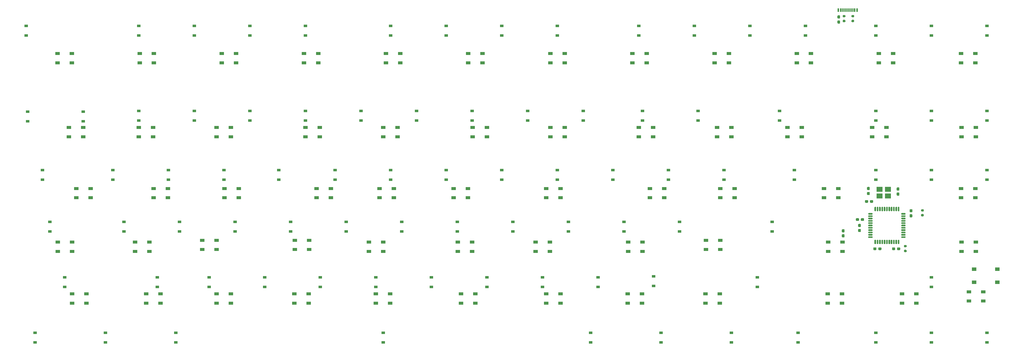
<source format=gbr>
%TF.GenerationSoftware,KiCad,Pcbnew,(5.1.9)-1*%
%TF.CreationDate,2021-03-16T22:25:33-04:00*%
%TF.ProjectId,10Keyless,31304b65-796c-4657-9373-2e6b69636164,rev?*%
%TF.SameCoordinates,Original*%
%TF.FileFunction,Paste,Bot*%
%TF.FilePolarity,Positive*%
%FSLAX46Y46*%
G04 Gerber Fmt 4.6, Leading zero omitted, Abs format (unit mm)*
G04 Created by KiCad (PCBNEW (5.1.9)-1) date 2021-03-16 22:25:33*
%MOMM*%
%LPD*%
G01*
G04 APERTURE LIST*
%ADD10R,0.300000X1.160000*%
%ADD11R,0.600000X1.160000*%
%ADD12R,2.100000X1.800000*%
%ADD13R,1.200000X0.900000*%
%ADD14R,1.500000X1.000000*%
%ADD15R,1.550000X1.300000*%
G04 APERTURE END LIST*
%TO.C,C1*%
G36*
G01*
X322817500Y-160557000D02*
X322342500Y-160557000D01*
G75*
G02*
X322105000Y-160319500I0J237500D01*
G01*
X322105000Y-159719500D01*
G75*
G02*
X322342500Y-159482000I237500J0D01*
G01*
X322817500Y-159482000D01*
G75*
G02*
X323055000Y-159719500I0J-237500D01*
G01*
X323055000Y-160319500D01*
G75*
G02*
X322817500Y-160557000I-237500J0D01*
G01*
G37*
G36*
G01*
X322817500Y-162282000D02*
X322342500Y-162282000D01*
G75*
G02*
X322105000Y-162044500I0J237500D01*
G01*
X322105000Y-161444500D01*
G75*
G02*
X322342500Y-161207000I237500J0D01*
G01*
X322817500Y-161207000D01*
G75*
G02*
X323055000Y-161444500I0J-237500D01*
G01*
X323055000Y-162044500D01*
G75*
G02*
X322817500Y-162282000I-237500J0D01*
G01*
G37*
%TD*%
%TO.C,C2*%
G36*
G01*
X332502500Y-159662000D02*
X332977500Y-159662000D01*
G75*
G02*
X333215000Y-159899500I0J-237500D01*
G01*
X333215000Y-160499500D01*
G75*
G02*
X332977500Y-160737000I-237500J0D01*
G01*
X332502500Y-160737000D01*
G75*
G02*
X332265000Y-160499500I0J237500D01*
G01*
X332265000Y-159899500D01*
G75*
G02*
X332502500Y-159662000I237500J0D01*
G01*
G37*
G36*
G01*
X332502500Y-161387000D02*
X332977500Y-161387000D01*
G75*
G02*
X333215000Y-161624500I0J-237500D01*
G01*
X333215000Y-162224500D01*
G75*
G02*
X332977500Y-162462000I-237500J0D01*
G01*
X332502500Y-162462000D01*
G75*
G02*
X332265000Y-162224500I0J237500D01*
G01*
X332265000Y-161624500D01*
G75*
G02*
X332502500Y-161387000I237500J0D01*
G01*
G37*
%TD*%
%TO.C,C3*%
G36*
G01*
X319769500Y-173257000D02*
X319294500Y-173257000D01*
G75*
G02*
X319057000Y-173019500I0J237500D01*
G01*
X319057000Y-172419500D01*
G75*
G02*
X319294500Y-172182000I237500J0D01*
G01*
X319769500Y-172182000D01*
G75*
G02*
X320007000Y-172419500I0J-237500D01*
G01*
X320007000Y-173019500D01*
G75*
G02*
X319769500Y-173257000I-237500J0D01*
G01*
G37*
G36*
G01*
X319769500Y-174982000D02*
X319294500Y-174982000D01*
G75*
G02*
X319057000Y-174744500I0J237500D01*
G01*
X319057000Y-174144500D01*
G75*
G02*
X319294500Y-173907000I237500J0D01*
G01*
X319769500Y-173907000D01*
G75*
G02*
X320007000Y-174144500I0J-237500D01*
G01*
X320007000Y-174744500D01*
G75*
G02*
X319769500Y-174982000I-237500J0D01*
G01*
G37*
%TD*%
%TO.C,C4*%
G36*
G01*
X333481000Y-180483500D02*
X333481000Y-180958500D01*
G75*
G02*
X333243500Y-181196000I-237500J0D01*
G01*
X332643500Y-181196000D01*
G75*
G02*
X332406000Y-180958500I0J237500D01*
G01*
X332406000Y-180483500D01*
G75*
G02*
X332643500Y-180246000I237500J0D01*
G01*
X333243500Y-180246000D01*
G75*
G02*
X333481000Y-180483500I0J-237500D01*
G01*
G37*
G36*
G01*
X331756000Y-180483500D02*
X331756000Y-180958500D01*
G75*
G02*
X331518500Y-181196000I-237500J0D01*
G01*
X330918500Y-181196000D01*
G75*
G02*
X330681000Y-180958500I0J237500D01*
G01*
X330681000Y-180483500D01*
G75*
G02*
X330918500Y-180246000I237500J0D01*
G01*
X331518500Y-180246000D01*
G75*
G02*
X331756000Y-180483500I0J-237500D01*
G01*
G37*
%TD*%
%TO.C,C5*%
G36*
G01*
X337422500Y-169928000D02*
X336947500Y-169928000D01*
G75*
G02*
X336710000Y-169690500I0J237500D01*
G01*
X336710000Y-169090500D01*
G75*
G02*
X336947500Y-168853000I237500J0D01*
G01*
X337422500Y-168853000D01*
G75*
G02*
X337660000Y-169090500I0J-237500D01*
G01*
X337660000Y-169690500D01*
G75*
G02*
X337422500Y-169928000I-237500J0D01*
G01*
G37*
G36*
G01*
X337422500Y-168203000D02*
X336947500Y-168203000D01*
G75*
G02*
X336710000Y-167965500I0J237500D01*
G01*
X336710000Y-167365500D01*
G75*
G02*
X336947500Y-167128000I237500J0D01*
G01*
X337422500Y-167128000D01*
G75*
G02*
X337660000Y-167365500I0J-237500D01*
G01*
X337660000Y-167965500D01*
G75*
G02*
X337422500Y-168203000I-237500J0D01*
G01*
G37*
%TD*%
%TO.C,C6*%
G36*
G01*
X314181500Y-175089000D02*
X313706500Y-175089000D01*
G75*
G02*
X313469000Y-174851500I0J237500D01*
G01*
X313469000Y-174251500D01*
G75*
G02*
X313706500Y-174014000I237500J0D01*
G01*
X314181500Y-174014000D01*
G75*
G02*
X314419000Y-174251500I0J-237500D01*
G01*
X314419000Y-174851500D01*
G75*
G02*
X314181500Y-175089000I-237500J0D01*
G01*
G37*
G36*
G01*
X314181500Y-176814000D02*
X313706500Y-176814000D01*
G75*
G02*
X313469000Y-176576500I0J237500D01*
G01*
X313469000Y-175976500D01*
G75*
G02*
X313706500Y-175739000I237500J0D01*
G01*
X314181500Y-175739000D01*
G75*
G02*
X314419000Y-175976500I0J-237500D01*
G01*
X314419000Y-176576500D01*
G75*
G02*
X314181500Y-176814000I-237500J0D01*
G01*
G37*
%TD*%
%TO.C,C7*%
G36*
G01*
X324208000Y-164227500D02*
X324208000Y-164702500D01*
G75*
G02*
X323970500Y-164940000I-237500J0D01*
G01*
X323370500Y-164940000D01*
G75*
G02*
X323133000Y-164702500I0J237500D01*
G01*
X323133000Y-164227500D01*
G75*
G02*
X323370500Y-163990000I237500J0D01*
G01*
X323970500Y-163990000D01*
G75*
G02*
X324208000Y-164227500I0J-237500D01*
G01*
G37*
G36*
G01*
X322483000Y-164227500D02*
X322483000Y-164702500D01*
G75*
G02*
X322245500Y-164940000I-237500J0D01*
G01*
X321645500Y-164940000D01*
G75*
G02*
X321408000Y-164702500I0J237500D01*
G01*
X321408000Y-164227500D01*
G75*
G02*
X321645500Y-163990000I237500J0D01*
G01*
X322245500Y-163990000D01*
G75*
G02*
X322483000Y-164227500I0J-237500D01*
G01*
G37*
%TD*%
%TO.C,C8*%
G36*
G01*
X319361000Y-170450500D02*
X319361000Y-170925500D01*
G75*
G02*
X319123500Y-171163000I-237500J0D01*
G01*
X318523500Y-171163000D01*
G75*
G02*
X318286000Y-170925500I0J237500D01*
G01*
X318286000Y-170450500D01*
G75*
G02*
X318523500Y-170213000I237500J0D01*
G01*
X319123500Y-170213000D01*
G75*
G02*
X319361000Y-170450500I0J-237500D01*
G01*
G37*
G36*
G01*
X321086000Y-170450500D02*
X321086000Y-170925500D01*
G75*
G02*
X320848500Y-171163000I-237500J0D01*
G01*
X320248500Y-171163000D01*
G75*
G02*
X320011000Y-170925500I0J237500D01*
G01*
X320011000Y-170450500D01*
G75*
G02*
X320248500Y-170213000I237500J0D01*
G01*
X320848500Y-170213000D01*
G75*
G02*
X321086000Y-170450500I0J-237500D01*
G01*
G37*
%TD*%
D10*
%TO.C,J1*%
X314720000Y-98730000D03*
X315220000Y-98730000D03*
X315720000Y-98730000D03*
X313720000Y-98730000D03*
X314220000Y-98730000D03*
X316720000Y-98730000D03*
X316220000Y-98730000D03*
X317220000Y-98730000D03*
D11*
X313070000Y-98730000D03*
X313070000Y-98730000D03*
X312270000Y-98730000D03*
X312270000Y-98730000D03*
X317870000Y-98730000D03*
X318670000Y-98730000D03*
X317870000Y-98730000D03*
X318670000Y-98730000D03*
%TD*%
%TO.C,R1*%
G36*
G01*
X314498000Y-102888000D02*
X313948000Y-102888000D01*
G75*
G02*
X313748000Y-102688000I0J200000D01*
G01*
X313748000Y-102288000D01*
G75*
G02*
X313948000Y-102088000I200000J0D01*
G01*
X314498000Y-102088000D01*
G75*
G02*
X314698000Y-102288000I0J-200000D01*
G01*
X314698000Y-102688000D01*
G75*
G02*
X314498000Y-102888000I-200000J0D01*
G01*
G37*
G36*
G01*
X314498000Y-101238000D02*
X313948000Y-101238000D01*
G75*
G02*
X313748000Y-101038000I0J200000D01*
G01*
X313748000Y-100638000D01*
G75*
G02*
X313948000Y-100438000I200000J0D01*
G01*
X314498000Y-100438000D01*
G75*
G02*
X314698000Y-100638000I0J-200000D01*
G01*
X314698000Y-101038000D01*
G75*
G02*
X314498000Y-101238000I-200000J0D01*
G01*
G37*
%TD*%
%TO.C,R2*%
G36*
G01*
X317521000Y-101238000D02*
X316971000Y-101238000D01*
G75*
G02*
X316771000Y-101038000I0J200000D01*
G01*
X316771000Y-100638000D01*
G75*
G02*
X316971000Y-100438000I200000J0D01*
G01*
X317521000Y-100438000D01*
G75*
G02*
X317721000Y-100638000I0J-200000D01*
G01*
X317721000Y-101038000D01*
G75*
G02*
X317521000Y-101238000I-200000J0D01*
G01*
G37*
G36*
G01*
X317521000Y-102888000D02*
X316971000Y-102888000D01*
G75*
G02*
X316771000Y-102688000I0J200000D01*
G01*
X316771000Y-102288000D01*
G75*
G02*
X316971000Y-102088000I200000J0D01*
G01*
X317521000Y-102088000D01*
G75*
G02*
X317721000Y-102288000I0J-200000D01*
G01*
X317721000Y-102688000D01*
G75*
G02*
X317521000Y-102888000I-200000J0D01*
G01*
G37*
%TD*%
%TO.C,R3*%
G36*
G01*
X340847000Y-167128000D02*
X341397000Y-167128000D01*
G75*
G02*
X341597000Y-167328000I0J-200000D01*
G01*
X341597000Y-167728000D01*
G75*
G02*
X341397000Y-167928000I-200000J0D01*
G01*
X340847000Y-167928000D01*
G75*
G02*
X340647000Y-167728000I0J200000D01*
G01*
X340647000Y-167328000D01*
G75*
G02*
X340847000Y-167128000I200000J0D01*
G01*
G37*
G36*
G01*
X340847000Y-168778000D02*
X341397000Y-168778000D01*
G75*
G02*
X341597000Y-168978000I0J-200000D01*
G01*
X341597000Y-169378000D01*
G75*
G02*
X341397000Y-169578000I-200000J0D01*
G01*
X340847000Y-169578000D01*
G75*
G02*
X340647000Y-169378000I0J200000D01*
G01*
X340647000Y-168978000D01*
G75*
G02*
X340847000Y-168778000I200000J0D01*
G01*
G37*
%TD*%
%TO.C,R4*%
G36*
G01*
X334954000Y-181082000D02*
X335504000Y-181082000D01*
G75*
G02*
X335704000Y-181282000I0J-200000D01*
G01*
X335704000Y-181682000D01*
G75*
G02*
X335504000Y-181882000I-200000J0D01*
G01*
X334954000Y-181882000D01*
G75*
G02*
X334754000Y-181682000I0J200000D01*
G01*
X334754000Y-181282000D01*
G75*
G02*
X334954000Y-181082000I200000J0D01*
G01*
G37*
G36*
G01*
X334954000Y-179432000D02*
X335504000Y-179432000D01*
G75*
G02*
X335704000Y-179632000I0J-200000D01*
G01*
X335704000Y-180032000D01*
G75*
G02*
X335504000Y-180232000I-200000J0D01*
G01*
X334954000Y-180232000D01*
G75*
G02*
X334754000Y-180032000I0J200000D01*
G01*
X334754000Y-179632000D01*
G75*
G02*
X334954000Y-179432000I200000J0D01*
G01*
G37*
%TD*%
%TO.C,U1*%
G36*
G01*
X322530000Y-176857500D02*
X322530000Y-176582500D01*
G75*
G02*
X322667500Y-176445000I137500J0D01*
G01*
X323867500Y-176445000D01*
G75*
G02*
X324005000Y-176582500I0J-137500D01*
G01*
X324005000Y-176857500D01*
G75*
G02*
X323867500Y-176995000I-137500J0D01*
G01*
X322667500Y-176995000D01*
G75*
G02*
X322530000Y-176857500I0J137500D01*
G01*
G37*
G36*
G01*
X322530000Y-176057500D02*
X322530000Y-175782500D01*
G75*
G02*
X322667500Y-175645000I137500J0D01*
G01*
X323867500Y-175645000D01*
G75*
G02*
X324005000Y-175782500I0J-137500D01*
G01*
X324005000Y-176057500D01*
G75*
G02*
X323867500Y-176195000I-137500J0D01*
G01*
X322667500Y-176195000D01*
G75*
G02*
X322530000Y-176057500I0J137500D01*
G01*
G37*
G36*
G01*
X322530000Y-175257500D02*
X322530000Y-174982500D01*
G75*
G02*
X322667500Y-174845000I137500J0D01*
G01*
X323867500Y-174845000D01*
G75*
G02*
X324005000Y-174982500I0J-137500D01*
G01*
X324005000Y-175257500D01*
G75*
G02*
X323867500Y-175395000I-137500J0D01*
G01*
X322667500Y-175395000D01*
G75*
G02*
X322530000Y-175257500I0J137500D01*
G01*
G37*
G36*
G01*
X322530000Y-174457500D02*
X322530000Y-174182500D01*
G75*
G02*
X322667500Y-174045000I137500J0D01*
G01*
X323867500Y-174045000D01*
G75*
G02*
X324005000Y-174182500I0J-137500D01*
G01*
X324005000Y-174457500D01*
G75*
G02*
X323867500Y-174595000I-137500J0D01*
G01*
X322667500Y-174595000D01*
G75*
G02*
X322530000Y-174457500I0J137500D01*
G01*
G37*
G36*
G01*
X322530000Y-173657500D02*
X322530000Y-173382500D01*
G75*
G02*
X322667500Y-173245000I137500J0D01*
G01*
X323867500Y-173245000D01*
G75*
G02*
X324005000Y-173382500I0J-137500D01*
G01*
X324005000Y-173657500D01*
G75*
G02*
X323867500Y-173795000I-137500J0D01*
G01*
X322667500Y-173795000D01*
G75*
G02*
X322530000Y-173657500I0J137500D01*
G01*
G37*
G36*
G01*
X322530000Y-172857500D02*
X322530000Y-172582500D01*
G75*
G02*
X322667500Y-172445000I137500J0D01*
G01*
X323867500Y-172445000D01*
G75*
G02*
X324005000Y-172582500I0J-137500D01*
G01*
X324005000Y-172857500D01*
G75*
G02*
X323867500Y-172995000I-137500J0D01*
G01*
X322667500Y-172995000D01*
G75*
G02*
X322530000Y-172857500I0J137500D01*
G01*
G37*
G36*
G01*
X322530000Y-172057500D02*
X322530000Y-171782500D01*
G75*
G02*
X322667500Y-171645000I137500J0D01*
G01*
X323867500Y-171645000D01*
G75*
G02*
X324005000Y-171782500I0J-137500D01*
G01*
X324005000Y-172057500D01*
G75*
G02*
X323867500Y-172195000I-137500J0D01*
G01*
X322667500Y-172195000D01*
G75*
G02*
X322530000Y-172057500I0J137500D01*
G01*
G37*
G36*
G01*
X322530000Y-171257500D02*
X322530000Y-170982500D01*
G75*
G02*
X322667500Y-170845000I137500J0D01*
G01*
X323867500Y-170845000D01*
G75*
G02*
X324005000Y-170982500I0J-137500D01*
G01*
X324005000Y-171257500D01*
G75*
G02*
X323867500Y-171395000I-137500J0D01*
G01*
X322667500Y-171395000D01*
G75*
G02*
X322530000Y-171257500I0J137500D01*
G01*
G37*
G36*
G01*
X322530000Y-170457500D02*
X322530000Y-170182500D01*
G75*
G02*
X322667500Y-170045000I137500J0D01*
G01*
X323867500Y-170045000D01*
G75*
G02*
X324005000Y-170182500I0J-137500D01*
G01*
X324005000Y-170457500D01*
G75*
G02*
X323867500Y-170595000I-137500J0D01*
G01*
X322667500Y-170595000D01*
G75*
G02*
X322530000Y-170457500I0J137500D01*
G01*
G37*
G36*
G01*
X322530000Y-169657500D02*
X322530000Y-169382500D01*
G75*
G02*
X322667500Y-169245000I137500J0D01*
G01*
X323867500Y-169245000D01*
G75*
G02*
X324005000Y-169382500I0J-137500D01*
G01*
X324005000Y-169657500D01*
G75*
G02*
X323867500Y-169795000I-137500J0D01*
G01*
X322667500Y-169795000D01*
G75*
G02*
X322530000Y-169657500I0J137500D01*
G01*
G37*
G36*
G01*
X322530000Y-168857500D02*
X322530000Y-168582500D01*
G75*
G02*
X322667500Y-168445000I137500J0D01*
G01*
X323867500Y-168445000D01*
G75*
G02*
X324005000Y-168582500I0J-137500D01*
G01*
X324005000Y-168857500D01*
G75*
G02*
X323867500Y-168995000I-137500J0D01*
G01*
X322667500Y-168995000D01*
G75*
G02*
X322530000Y-168857500I0J137500D01*
G01*
G37*
G36*
G01*
X324655000Y-167657500D02*
X324655000Y-166457500D01*
G75*
G02*
X324792500Y-166320000I137500J0D01*
G01*
X325067500Y-166320000D01*
G75*
G02*
X325205000Y-166457500I0J-137500D01*
G01*
X325205000Y-167657500D01*
G75*
G02*
X325067500Y-167795000I-137500J0D01*
G01*
X324792500Y-167795000D01*
G75*
G02*
X324655000Y-167657500I0J137500D01*
G01*
G37*
G36*
G01*
X325455000Y-167657500D02*
X325455000Y-166457500D01*
G75*
G02*
X325592500Y-166320000I137500J0D01*
G01*
X325867500Y-166320000D01*
G75*
G02*
X326005000Y-166457500I0J-137500D01*
G01*
X326005000Y-167657500D01*
G75*
G02*
X325867500Y-167795000I-137500J0D01*
G01*
X325592500Y-167795000D01*
G75*
G02*
X325455000Y-167657500I0J137500D01*
G01*
G37*
G36*
G01*
X326255000Y-167657500D02*
X326255000Y-166457500D01*
G75*
G02*
X326392500Y-166320000I137500J0D01*
G01*
X326667500Y-166320000D01*
G75*
G02*
X326805000Y-166457500I0J-137500D01*
G01*
X326805000Y-167657500D01*
G75*
G02*
X326667500Y-167795000I-137500J0D01*
G01*
X326392500Y-167795000D01*
G75*
G02*
X326255000Y-167657500I0J137500D01*
G01*
G37*
G36*
G01*
X327055000Y-167657500D02*
X327055000Y-166457500D01*
G75*
G02*
X327192500Y-166320000I137500J0D01*
G01*
X327467500Y-166320000D01*
G75*
G02*
X327605000Y-166457500I0J-137500D01*
G01*
X327605000Y-167657500D01*
G75*
G02*
X327467500Y-167795000I-137500J0D01*
G01*
X327192500Y-167795000D01*
G75*
G02*
X327055000Y-167657500I0J137500D01*
G01*
G37*
G36*
G01*
X327855000Y-167657500D02*
X327855000Y-166457500D01*
G75*
G02*
X327992500Y-166320000I137500J0D01*
G01*
X328267500Y-166320000D01*
G75*
G02*
X328405000Y-166457500I0J-137500D01*
G01*
X328405000Y-167657500D01*
G75*
G02*
X328267500Y-167795000I-137500J0D01*
G01*
X327992500Y-167795000D01*
G75*
G02*
X327855000Y-167657500I0J137500D01*
G01*
G37*
G36*
G01*
X328655000Y-167657500D02*
X328655000Y-166457500D01*
G75*
G02*
X328792500Y-166320000I137500J0D01*
G01*
X329067500Y-166320000D01*
G75*
G02*
X329205000Y-166457500I0J-137500D01*
G01*
X329205000Y-167657500D01*
G75*
G02*
X329067500Y-167795000I-137500J0D01*
G01*
X328792500Y-167795000D01*
G75*
G02*
X328655000Y-167657500I0J137500D01*
G01*
G37*
G36*
G01*
X329455000Y-167657500D02*
X329455000Y-166457500D01*
G75*
G02*
X329592500Y-166320000I137500J0D01*
G01*
X329867500Y-166320000D01*
G75*
G02*
X330005000Y-166457500I0J-137500D01*
G01*
X330005000Y-167657500D01*
G75*
G02*
X329867500Y-167795000I-137500J0D01*
G01*
X329592500Y-167795000D01*
G75*
G02*
X329455000Y-167657500I0J137500D01*
G01*
G37*
G36*
G01*
X330255000Y-167657500D02*
X330255000Y-166457500D01*
G75*
G02*
X330392500Y-166320000I137500J0D01*
G01*
X330667500Y-166320000D01*
G75*
G02*
X330805000Y-166457500I0J-137500D01*
G01*
X330805000Y-167657500D01*
G75*
G02*
X330667500Y-167795000I-137500J0D01*
G01*
X330392500Y-167795000D01*
G75*
G02*
X330255000Y-167657500I0J137500D01*
G01*
G37*
G36*
G01*
X331055000Y-167657500D02*
X331055000Y-166457500D01*
G75*
G02*
X331192500Y-166320000I137500J0D01*
G01*
X331467500Y-166320000D01*
G75*
G02*
X331605000Y-166457500I0J-137500D01*
G01*
X331605000Y-167657500D01*
G75*
G02*
X331467500Y-167795000I-137500J0D01*
G01*
X331192500Y-167795000D01*
G75*
G02*
X331055000Y-167657500I0J137500D01*
G01*
G37*
G36*
G01*
X331855000Y-167657500D02*
X331855000Y-166457500D01*
G75*
G02*
X331992500Y-166320000I137500J0D01*
G01*
X332267500Y-166320000D01*
G75*
G02*
X332405000Y-166457500I0J-137500D01*
G01*
X332405000Y-167657500D01*
G75*
G02*
X332267500Y-167795000I-137500J0D01*
G01*
X331992500Y-167795000D01*
G75*
G02*
X331855000Y-167657500I0J137500D01*
G01*
G37*
G36*
G01*
X332655000Y-167657500D02*
X332655000Y-166457500D01*
G75*
G02*
X332792500Y-166320000I137500J0D01*
G01*
X333067500Y-166320000D01*
G75*
G02*
X333205000Y-166457500I0J-137500D01*
G01*
X333205000Y-167657500D01*
G75*
G02*
X333067500Y-167795000I-137500J0D01*
G01*
X332792500Y-167795000D01*
G75*
G02*
X332655000Y-167657500I0J137500D01*
G01*
G37*
G36*
G01*
X333855000Y-168857500D02*
X333855000Y-168582500D01*
G75*
G02*
X333992500Y-168445000I137500J0D01*
G01*
X335192500Y-168445000D01*
G75*
G02*
X335330000Y-168582500I0J-137500D01*
G01*
X335330000Y-168857500D01*
G75*
G02*
X335192500Y-168995000I-137500J0D01*
G01*
X333992500Y-168995000D01*
G75*
G02*
X333855000Y-168857500I0J137500D01*
G01*
G37*
G36*
G01*
X333855000Y-169657500D02*
X333855000Y-169382500D01*
G75*
G02*
X333992500Y-169245000I137500J0D01*
G01*
X335192500Y-169245000D01*
G75*
G02*
X335330000Y-169382500I0J-137500D01*
G01*
X335330000Y-169657500D01*
G75*
G02*
X335192500Y-169795000I-137500J0D01*
G01*
X333992500Y-169795000D01*
G75*
G02*
X333855000Y-169657500I0J137500D01*
G01*
G37*
G36*
G01*
X333855000Y-170457500D02*
X333855000Y-170182500D01*
G75*
G02*
X333992500Y-170045000I137500J0D01*
G01*
X335192500Y-170045000D01*
G75*
G02*
X335330000Y-170182500I0J-137500D01*
G01*
X335330000Y-170457500D01*
G75*
G02*
X335192500Y-170595000I-137500J0D01*
G01*
X333992500Y-170595000D01*
G75*
G02*
X333855000Y-170457500I0J137500D01*
G01*
G37*
G36*
G01*
X333855000Y-171257500D02*
X333855000Y-170982500D01*
G75*
G02*
X333992500Y-170845000I137500J0D01*
G01*
X335192500Y-170845000D01*
G75*
G02*
X335330000Y-170982500I0J-137500D01*
G01*
X335330000Y-171257500D01*
G75*
G02*
X335192500Y-171395000I-137500J0D01*
G01*
X333992500Y-171395000D01*
G75*
G02*
X333855000Y-171257500I0J137500D01*
G01*
G37*
G36*
G01*
X333855000Y-172057500D02*
X333855000Y-171782500D01*
G75*
G02*
X333992500Y-171645000I137500J0D01*
G01*
X335192500Y-171645000D01*
G75*
G02*
X335330000Y-171782500I0J-137500D01*
G01*
X335330000Y-172057500D01*
G75*
G02*
X335192500Y-172195000I-137500J0D01*
G01*
X333992500Y-172195000D01*
G75*
G02*
X333855000Y-172057500I0J137500D01*
G01*
G37*
G36*
G01*
X333855000Y-172857500D02*
X333855000Y-172582500D01*
G75*
G02*
X333992500Y-172445000I137500J0D01*
G01*
X335192500Y-172445000D01*
G75*
G02*
X335330000Y-172582500I0J-137500D01*
G01*
X335330000Y-172857500D01*
G75*
G02*
X335192500Y-172995000I-137500J0D01*
G01*
X333992500Y-172995000D01*
G75*
G02*
X333855000Y-172857500I0J137500D01*
G01*
G37*
G36*
G01*
X333855000Y-173657500D02*
X333855000Y-173382500D01*
G75*
G02*
X333992500Y-173245000I137500J0D01*
G01*
X335192500Y-173245000D01*
G75*
G02*
X335330000Y-173382500I0J-137500D01*
G01*
X335330000Y-173657500D01*
G75*
G02*
X335192500Y-173795000I-137500J0D01*
G01*
X333992500Y-173795000D01*
G75*
G02*
X333855000Y-173657500I0J137500D01*
G01*
G37*
G36*
G01*
X333855000Y-174457500D02*
X333855000Y-174182500D01*
G75*
G02*
X333992500Y-174045000I137500J0D01*
G01*
X335192500Y-174045000D01*
G75*
G02*
X335330000Y-174182500I0J-137500D01*
G01*
X335330000Y-174457500D01*
G75*
G02*
X335192500Y-174595000I-137500J0D01*
G01*
X333992500Y-174595000D01*
G75*
G02*
X333855000Y-174457500I0J137500D01*
G01*
G37*
G36*
G01*
X333855000Y-175257500D02*
X333855000Y-174982500D01*
G75*
G02*
X333992500Y-174845000I137500J0D01*
G01*
X335192500Y-174845000D01*
G75*
G02*
X335330000Y-174982500I0J-137500D01*
G01*
X335330000Y-175257500D01*
G75*
G02*
X335192500Y-175395000I-137500J0D01*
G01*
X333992500Y-175395000D01*
G75*
G02*
X333855000Y-175257500I0J137500D01*
G01*
G37*
G36*
G01*
X333855000Y-176057500D02*
X333855000Y-175782500D01*
G75*
G02*
X333992500Y-175645000I137500J0D01*
G01*
X335192500Y-175645000D01*
G75*
G02*
X335330000Y-175782500I0J-137500D01*
G01*
X335330000Y-176057500D01*
G75*
G02*
X335192500Y-176195000I-137500J0D01*
G01*
X333992500Y-176195000D01*
G75*
G02*
X333855000Y-176057500I0J137500D01*
G01*
G37*
G36*
G01*
X333855000Y-176857500D02*
X333855000Y-176582500D01*
G75*
G02*
X333992500Y-176445000I137500J0D01*
G01*
X335192500Y-176445000D01*
G75*
G02*
X335330000Y-176582500I0J-137500D01*
G01*
X335330000Y-176857500D01*
G75*
G02*
X335192500Y-176995000I-137500J0D01*
G01*
X333992500Y-176995000D01*
G75*
G02*
X333855000Y-176857500I0J137500D01*
G01*
G37*
G36*
G01*
X332655000Y-178982500D02*
X332655000Y-177782500D01*
G75*
G02*
X332792500Y-177645000I137500J0D01*
G01*
X333067500Y-177645000D01*
G75*
G02*
X333205000Y-177782500I0J-137500D01*
G01*
X333205000Y-178982500D01*
G75*
G02*
X333067500Y-179120000I-137500J0D01*
G01*
X332792500Y-179120000D01*
G75*
G02*
X332655000Y-178982500I0J137500D01*
G01*
G37*
G36*
G01*
X331855000Y-178982500D02*
X331855000Y-177782500D01*
G75*
G02*
X331992500Y-177645000I137500J0D01*
G01*
X332267500Y-177645000D01*
G75*
G02*
X332405000Y-177782500I0J-137500D01*
G01*
X332405000Y-178982500D01*
G75*
G02*
X332267500Y-179120000I-137500J0D01*
G01*
X331992500Y-179120000D01*
G75*
G02*
X331855000Y-178982500I0J137500D01*
G01*
G37*
G36*
G01*
X331055000Y-178982500D02*
X331055000Y-177782500D01*
G75*
G02*
X331192500Y-177645000I137500J0D01*
G01*
X331467500Y-177645000D01*
G75*
G02*
X331605000Y-177782500I0J-137500D01*
G01*
X331605000Y-178982500D01*
G75*
G02*
X331467500Y-179120000I-137500J0D01*
G01*
X331192500Y-179120000D01*
G75*
G02*
X331055000Y-178982500I0J137500D01*
G01*
G37*
G36*
G01*
X330255000Y-178982500D02*
X330255000Y-177782500D01*
G75*
G02*
X330392500Y-177645000I137500J0D01*
G01*
X330667500Y-177645000D01*
G75*
G02*
X330805000Y-177782500I0J-137500D01*
G01*
X330805000Y-178982500D01*
G75*
G02*
X330667500Y-179120000I-137500J0D01*
G01*
X330392500Y-179120000D01*
G75*
G02*
X330255000Y-178982500I0J137500D01*
G01*
G37*
G36*
G01*
X329455000Y-178982500D02*
X329455000Y-177782500D01*
G75*
G02*
X329592500Y-177645000I137500J0D01*
G01*
X329867500Y-177645000D01*
G75*
G02*
X330005000Y-177782500I0J-137500D01*
G01*
X330005000Y-178982500D01*
G75*
G02*
X329867500Y-179120000I-137500J0D01*
G01*
X329592500Y-179120000D01*
G75*
G02*
X329455000Y-178982500I0J137500D01*
G01*
G37*
G36*
G01*
X328655000Y-178982500D02*
X328655000Y-177782500D01*
G75*
G02*
X328792500Y-177645000I137500J0D01*
G01*
X329067500Y-177645000D01*
G75*
G02*
X329205000Y-177782500I0J-137500D01*
G01*
X329205000Y-178982500D01*
G75*
G02*
X329067500Y-179120000I-137500J0D01*
G01*
X328792500Y-179120000D01*
G75*
G02*
X328655000Y-178982500I0J137500D01*
G01*
G37*
G36*
G01*
X327855000Y-178982500D02*
X327855000Y-177782500D01*
G75*
G02*
X327992500Y-177645000I137500J0D01*
G01*
X328267500Y-177645000D01*
G75*
G02*
X328405000Y-177782500I0J-137500D01*
G01*
X328405000Y-178982500D01*
G75*
G02*
X328267500Y-179120000I-137500J0D01*
G01*
X327992500Y-179120000D01*
G75*
G02*
X327855000Y-178982500I0J137500D01*
G01*
G37*
G36*
G01*
X327055000Y-178982500D02*
X327055000Y-177782500D01*
G75*
G02*
X327192500Y-177645000I137500J0D01*
G01*
X327467500Y-177645000D01*
G75*
G02*
X327605000Y-177782500I0J-137500D01*
G01*
X327605000Y-178982500D01*
G75*
G02*
X327467500Y-179120000I-137500J0D01*
G01*
X327192500Y-179120000D01*
G75*
G02*
X327055000Y-178982500I0J137500D01*
G01*
G37*
G36*
G01*
X326255000Y-178982500D02*
X326255000Y-177782500D01*
G75*
G02*
X326392500Y-177645000I137500J0D01*
G01*
X326667500Y-177645000D01*
G75*
G02*
X326805000Y-177782500I0J-137500D01*
G01*
X326805000Y-178982500D01*
G75*
G02*
X326667500Y-179120000I-137500J0D01*
G01*
X326392500Y-179120000D01*
G75*
G02*
X326255000Y-178982500I0J137500D01*
G01*
G37*
G36*
G01*
X325455000Y-178982500D02*
X325455000Y-177782500D01*
G75*
G02*
X325592500Y-177645000I137500J0D01*
G01*
X325867500Y-177645000D01*
G75*
G02*
X326005000Y-177782500I0J-137500D01*
G01*
X326005000Y-178982500D01*
G75*
G02*
X325867500Y-179120000I-137500J0D01*
G01*
X325592500Y-179120000D01*
G75*
G02*
X325455000Y-178982500I0J137500D01*
G01*
G37*
G36*
G01*
X324655000Y-178982500D02*
X324655000Y-177782500D01*
G75*
G02*
X324792500Y-177645000I137500J0D01*
G01*
X325067500Y-177645000D01*
G75*
G02*
X325205000Y-177782500I0J-137500D01*
G01*
X325205000Y-178982500D01*
G75*
G02*
X325067500Y-179120000I-137500J0D01*
G01*
X324792500Y-179120000D01*
G75*
G02*
X324655000Y-178982500I0J137500D01*
G01*
G37*
%TD*%
D12*
%TO.C,Y1*%
X326390000Y-160260000D03*
X329290000Y-160260000D03*
X329290000Y-162560000D03*
X326390000Y-162560000D03*
%TD*%
D13*
%TO.C,D1*%
X33782000Y-104127000D03*
X33782000Y-107427000D03*
%TD*%
%TO.C,D2*%
X34290000Y-136940000D03*
X34290000Y-133640000D03*
%TD*%
%TO.C,D3*%
X36830000Y-212850000D03*
X36830000Y-209550000D03*
%TD*%
%TO.C,D4*%
X39370000Y-153670000D03*
X39370000Y-156970000D03*
%TD*%
%TO.C,D5*%
X41910000Y-171450000D03*
X41910000Y-174750000D03*
%TD*%
%TO.C,D6*%
X46990000Y-190500000D03*
X46990000Y-193800000D03*
%TD*%
%TO.C,D7*%
X53340000Y-136940000D03*
X53340000Y-133640000D03*
%TD*%
%TO.C,D8*%
X60960000Y-212850000D03*
X60960000Y-209550000D03*
%TD*%
%TO.C,D9*%
X63500000Y-156970000D03*
X63500000Y-153670000D03*
%TD*%
%TO.C,D10*%
X67310000Y-171450000D03*
X67310000Y-174750000D03*
%TD*%
%TO.C,D11*%
X72390000Y-107427000D03*
X72390000Y-104127000D03*
%TD*%
%TO.C,D12*%
X72390000Y-133365000D03*
X72390000Y-136665000D03*
%TD*%
%TO.C,D13*%
X78740000Y-190500000D03*
X78740000Y-193800000D03*
%TD*%
%TO.C,D14*%
X82550000Y-153670000D03*
X82550000Y-156970000D03*
%TD*%
%TO.C,D15*%
X85090000Y-209550000D03*
X85090000Y-212850000D03*
%TD*%
%TO.C,D16*%
X86360000Y-174750000D03*
X86360000Y-171450000D03*
%TD*%
%TO.C,D17*%
X91440000Y-104127000D03*
X91440000Y-107427000D03*
%TD*%
%TO.C,D18*%
X91440000Y-136665000D03*
X91440000Y-133365000D03*
%TD*%
%TO.C,D19*%
X96520000Y-190500000D03*
X96520000Y-193800000D03*
%TD*%
%TO.C,D20*%
X101600000Y-156970000D03*
X101600000Y-153670000D03*
%TD*%
%TO.C,D21*%
X105410000Y-174750000D03*
X105410000Y-171450000D03*
%TD*%
%TO.C,D22*%
X110490000Y-107427000D03*
X110490000Y-104127000D03*
%TD*%
%TO.C,D23*%
X110490000Y-133365000D03*
X110490000Y-136665000D03*
%TD*%
%TO.C,D24*%
X115570000Y-190500000D03*
X115570000Y-193800000D03*
%TD*%
%TO.C,D25*%
X120396000Y-156972000D03*
X120396000Y-153672000D03*
%TD*%
%TO.C,D26*%
X124460000Y-174750000D03*
X124460000Y-171450000D03*
%TD*%
%TO.C,D27*%
X129540000Y-104127000D03*
X129540000Y-107427000D03*
%TD*%
%TO.C,D28*%
X129540000Y-136665000D03*
X129540000Y-133365000D03*
%TD*%
%TO.C,D29*%
X134620000Y-193800000D03*
X134620000Y-190500000D03*
%TD*%
%TO.C,D30*%
X139700000Y-153670000D03*
X139700000Y-156970000D03*
%TD*%
%TO.C,D31*%
X143510000Y-171450000D03*
X143510000Y-174750000D03*
%TD*%
%TO.C,D32*%
X148590000Y-136665000D03*
X148590000Y-133365000D03*
%TD*%
%TO.C,D33*%
X153670000Y-190500000D03*
X153670000Y-193800000D03*
%TD*%
%TO.C,D34*%
X158750000Y-107427000D03*
X158750000Y-104127000D03*
%TD*%
%TO.C,D35*%
X158750000Y-156970000D03*
X158750000Y-153670000D03*
%TD*%
%TO.C,D36*%
X156210000Y-209550000D03*
X156210000Y-212850000D03*
%TD*%
%TO.C,D37*%
X162560000Y-174750000D03*
X162560000Y-171450000D03*
%TD*%
%TO.C,D38*%
X167640000Y-133365000D03*
X167640000Y-136665000D03*
%TD*%
%TO.C,D39*%
X172720000Y-193800000D03*
X172720000Y-190500000D03*
%TD*%
%TO.C,D40*%
X177800000Y-104127000D03*
X177800000Y-107427000D03*
%TD*%
%TO.C,D41*%
X177800000Y-153672000D03*
X177800000Y-156972000D03*
%TD*%
%TO.C,D42*%
X181610000Y-171450000D03*
X181610000Y-174750000D03*
%TD*%
%TO.C,D43*%
X186690000Y-136665000D03*
X186690000Y-133365000D03*
%TD*%
%TO.C,D44*%
X191770000Y-193800000D03*
X191770000Y-190500000D03*
%TD*%
%TO.C,D45*%
X196850000Y-107427000D03*
X196850000Y-104127000D03*
%TD*%
%TO.C,D46*%
X196850000Y-156970000D03*
X196850000Y-153670000D03*
%TD*%
%TO.C,D47*%
X200660000Y-174750000D03*
X200660000Y-171450000D03*
%TD*%
%TO.C,D48*%
X205740000Y-133365000D03*
X205740000Y-136665000D03*
%TD*%
%TO.C,D49*%
X210820000Y-190500000D03*
X210820000Y-193800000D03*
%TD*%
%TO.C,D50*%
X215900000Y-104127000D03*
X215900000Y-107427000D03*
%TD*%
%TO.C,D51*%
X215900000Y-156970000D03*
X215900000Y-153670000D03*
%TD*%
%TO.C,D52*%
X219710000Y-171450000D03*
X219710000Y-174750000D03*
%TD*%
%TO.C,D53*%
X224790000Y-136665000D03*
X224790000Y-133365000D03*
%TD*%
%TO.C,D54*%
X227330000Y-212850000D03*
X227330000Y-209550000D03*
%TD*%
%TO.C,D55*%
X229870000Y-193800000D03*
X229870000Y-190500000D03*
%TD*%
%TO.C,D56*%
X234950000Y-156970000D03*
X234950000Y-153670000D03*
%TD*%
%TO.C,D57*%
X238760000Y-174750000D03*
X238760000Y-171450000D03*
%TD*%
%TO.C,D58*%
X243840000Y-107427000D03*
X243840000Y-104127000D03*
%TD*%
%TO.C,D59*%
X245110000Y-133365000D03*
X245110000Y-136665000D03*
%TD*%
%TO.C,D60*%
X248920000Y-190225000D03*
X248920000Y-193525000D03*
%TD*%
%TO.C,D61*%
X251460000Y-209550000D03*
X251460000Y-212850000D03*
%TD*%
%TO.C,D62*%
X254000000Y-156970000D03*
X254000000Y-153670000D03*
%TD*%
%TO.C,D63*%
X257810000Y-171450000D03*
X257810000Y-174750000D03*
%TD*%
%TO.C,D64*%
X262890000Y-104127000D03*
X262890000Y-107427000D03*
%TD*%
%TO.C,D65*%
X264160000Y-136665000D03*
X264160000Y-133365000D03*
%TD*%
%TO.C,D66*%
X273050000Y-153670000D03*
X273050000Y-156970000D03*
%TD*%
%TO.C,D67*%
X275590000Y-212850000D03*
X275590000Y-209550000D03*
%TD*%
%TO.C,D68*%
X281940000Y-104127000D03*
X281940000Y-107427000D03*
%TD*%
%TO.C,D69*%
X284480000Y-193800000D03*
X284480000Y-190500000D03*
%TD*%
%TO.C,D70*%
X292100000Y-133365000D03*
X292100000Y-136665000D03*
%TD*%
%TO.C,D71*%
X289560000Y-171450000D03*
X289560000Y-174750000D03*
%TD*%
%TO.C,D72*%
X297180000Y-156970000D03*
X297180000Y-153670000D03*
%TD*%
%TO.C,D73*%
X298450000Y-209550000D03*
X298450000Y-212850000D03*
%TD*%
%TO.C,D74*%
X300990000Y-104127000D03*
X300990000Y-107427000D03*
%TD*%
%TO.C,D75*%
X325120000Y-107427000D03*
X325120000Y-104127000D03*
%TD*%
%TO.C,D76*%
X325120000Y-133365000D03*
X325120000Y-136665000D03*
%TD*%
%TO.C,D77*%
X325120000Y-156970000D03*
X325120000Y-153670000D03*
%TD*%
%TO.C,D78*%
X325120000Y-209550000D03*
X325120000Y-212850000D03*
%TD*%
%TO.C,D79*%
X344170000Y-104127000D03*
X344170000Y-107427000D03*
%TD*%
%TO.C,D80*%
X344170000Y-136665000D03*
X344170000Y-133365000D03*
%TD*%
%TO.C,D81*%
X344170000Y-153670000D03*
X344170000Y-156970000D03*
%TD*%
%TO.C,D82*%
X344170000Y-193800000D03*
X344170000Y-190500000D03*
%TD*%
%TO.C,D83*%
X344170000Y-212850000D03*
X344170000Y-209550000D03*
%TD*%
%TO.C,D84*%
X363220000Y-107427000D03*
X363220000Y-104127000D03*
%TD*%
%TO.C,D85*%
X363220000Y-133365000D03*
X363220000Y-136665000D03*
%TD*%
%TO.C,D86*%
X363220000Y-156970000D03*
X363220000Y-153670000D03*
%TD*%
%TO.C,D87*%
X363220000Y-209550000D03*
X363220000Y-212850000D03*
%TD*%
%TO.C,C9*%
G36*
G01*
X327054000Y-180483500D02*
X327054000Y-180958500D01*
G75*
G02*
X326816500Y-181196000I-237500J0D01*
G01*
X326216500Y-181196000D01*
G75*
G02*
X325979000Y-180958500I0J237500D01*
G01*
X325979000Y-180483500D01*
G75*
G02*
X326216500Y-180246000I237500J0D01*
G01*
X326816500Y-180246000D01*
G75*
G02*
X327054000Y-180483500I0J-237500D01*
G01*
G37*
G36*
G01*
X325329000Y-180483500D02*
X325329000Y-180958500D01*
G75*
G02*
X325091500Y-181196000I-237500J0D01*
G01*
X324491500Y-181196000D01*
G75*
G02*
X324254000Y-180958500I0J237500D01*
G01*
X324254000Y-180483500D01*
G75*
G02*
X324491500Y-180246000I237500J0D01*
G01*
X325091500Y-180246000D01*
G75*
G02*
X325329000Y-180483500I0J-237500D01*
G01*
G37*
%TD*%
D14*
%TO.C,D88*%
X44540000Y-116840000D03*
X44540000Y-113640000D03*
X49440000Y-116840000D03*
X49440000Y-113640000D03*
%TD*%
%TO.C,D89*%
X53340000Y-139040000D03*
X53340000Y-142240000D03*
X48440000Y-139040000D03*
X48440000Y-142240000D03*
%TD*%
%TO.C,D90*%
X55880000Y-160020000D03*
X55880000Y-163220000D03*
X50980000Y-160020000D03*
X50980000Y-163220000D03*
%TD*%
%TO.C,D91*%
X49530000Y-178410000D03*
X49530000Y-181610000D03*
X44630000Y-178410000D03*
X44630000Y-181610000D03*
%TD*%
%TO.C,D92*%
X54430000Y-196190000D03*
X54430000Y-199390000D03*
X49530000Y-196190000D03*
X49530000Y-199390000D03*
%TD*%
%TO.C,D93*%
X77602700Y-113640000D03*
X77602700Y-116840000D03*
X72702700Y-113640000D03*
X72702700Y-116840000D03*
%TD*%
%TO.C,D94*%
X72390000Y-142240000D03*
X72390000Y-139040000D03*
X77290000Y-142240000D03*
X77290000Y-139040000D03*
%TD*%
%TO.C,D95*%
X77470000Y-163220000D03*
X77470000Y-160020000D03*
X82370000Y-163220000D03*
X82370000Y-160020000D03*
%TD*%
%TO.C,D96*%
X76020000Y-178410000D03*
X76020000Y-181610000D03*
X71120000Y-178410000D03*
X71120000Y-181610000D03*
%TD*%
%TO.C,D97*%
X74930000Y-199390000D03*
X74930000Y-196190000D03*
X79830000Y-199390000D03*
X79830000Y-196190000D03*
%TD*%
%TO.C,D98*%
X100865000Y-116840000D03*
X100865000Y-113640000D03*
X105765000Y-116840000D03*
X105765000Y-113640000D03*
%TD*%
%TO.C,D99*%
X103960000Y-139040000D03*
X103960000Y-142240000D03*
X99060000Y-139040000D03*
X99060000Y-142240000D03*
%TD*%
%TO.C,D100*%
X106680000Y-160020000D03*
X106680000Y-163220000D03*
X101780000Y-160020000D03*
X101780000Y-163220000D03*
%TD*%
%TO.C,D101*%
X94160000Y-181000000D03*
X94160000Y-177800000D03*
X99060000Y-181000000D03*
X99060000Y-177800000D03*
%TD*%
%TO.C,D102*%
X103960000Y-196190000D03*
X103960000Y-199390000D03*
X99060000Y-196190000D03*
X99060000Y-199390000D03*
%TD*%
%TO.C,D103*%
X133928000Y-113640000D03*
X133928000Y-116840000D03*
X129028000Y-113640000D03*
X129028000Y-116840000D03*
%TD*%
%TO.C,D104*%
X129540000Y-142240000D03*
X129540000Y-139040000D03*
X134440000Y-142240000D03*
X134440000Y-139040000D03*
%TD*%
%TO.C,D105*%
X133350000Y-163220000D03*
X133350000Y-160020000D03*
X138250000Y-163220000D03*
X138250000Y-160020000D03*
%TD*%
%TO.C,D106*%
X125910000Y-181000000D03*
X125910000Y-177800000D03*
X130810000Y-181000000D03*
X130810000Y-177800000D03*
%TD*%
%TO.C,D107*%
X125730000Y-199390000D03*
X125730000Y-196190000D03*
X130630000Y-199390000D03*
X130630000Y-196190000D03*
%TD*%
%TO.C,D108*%
X157191000Y-116840000D03*
X157191000Y-113640000D03*
X162091000Y-116840000D03*
X162091000Y-113640000D03*
%TD*%
%TO.C,D109*%
X161110000Y-139040000D03*
X161110000Y-142240000D03*
X156210000Y-139040000D03*
X156210000Y-142240000D03*
%TD*%
%TO.C,D110*%
X159840000Y-160020000D03*
X159840000Y-163220000D03*
X154940000Y-160020000D03*
X154940000Y-163220000D03*
%TD*%
%TO.C,D111*%
X156210000Y-178410000D03*
X156210000Y-181610000D03*
X151310000Y-178410000D03*
X151310000Y-181610000D03*
%TD*%
%TO.C,D112*%
X158570000Y-196190000D03*
X158570000Y-199390000D03*
X153670000Y-196190000D03*
X153670000Y-199390000D03*
%TD*%
%TO.C,D113*%
X190254000Y-113640000D03*
X190254000Y-116840000D03*
X185354000Y-113640000D03*
X185354000Y-116840000D03*
%TD*%
%TO.C,D114*%
X186870000Y-142240000D03*
X186870000Y-139040000D03*
X191770000Y-142240000D03*
X191770000Y-139040000D03*
%TD*%
%TO.C,D115*%
X185240000Y-160020000D03*
X185240000Y-163220000D03*
X180340000Y-160020000D03*
X180340000Y-163220000D03*
%TD*%
%TO.C,D116*%
X181790000Y-181610000D03*
X181790000Y-178410000D03*
X186690000Y-181610000D03*
X186690000Y-178410000D03*
%TD*%
%TO.C,D117*%
X182880000Y-199390000D03*
X182880000Y-196190000D03*
X187780000Y-199390000D03*
X187780000Y-196190000D03*
%TD*%
%TO.C,D118*%
X213516000Y-116840000D03*
X213516000Y-113640000D03*
X218416000Y-116840000D03*
X218416000Y-113640000D03*
%TD*%
%TO.C,D119*%
X218440000Y-139040000D03*
X218440000Y-142240000D03*
X213540000Y-139040000D03*
X213540000Y-142240000D03*
%TD*%
%TO.C,D120*%
X212090000Y-163220000D03*
X212090000Y-160020000D03*
X216990000Y-163220000D03*
X216990000Y-160020000D03*
%TD*%
%TO.C,D121*%
X213360000Y-178410000D03*
X213360000Y-181610000D03*
X208460000Y-178410000D03*
X208460000Y-181610000D03*
%TD*%
%TO.C,D122*%
X216990000Y-196190000D03*
X216990000Y-199390000D03*
X212090000Y-196190000D03*
X212090000Y-199390000D03*
%TD*%
%TO.C,D123*%
X246579000Y-113640000D03*
X246579000Y-116840000D03*
X241679000Y-113640000D03*
X241679000Y-116840000D03*
%TD*%
%TO.C,D124*%
X243840000Y-142240000D03*
X243840000Y-139040000D03*
X248740000Y-142240000D03*
X248740000Y-139040000D03*
%TD*%
%TO.C,D125*%
X252550000Y-160020000D03*
X252550000Y-163220000D03*
X247650000Y-160020000D03*
X247650000Y-163220000D03*
%TD*%
%TO.C,D126*%
X240210000Y-181610000D03*
X240210000Y-178410000D03*
X245110000Y-181610000D03*
X245110000Y-178410000D03*
%TD*%
%TO.C,D127*%
X240030000Y-199390000D03*
X240030000Y-196190000D03*
X244930000Y-199390000D03*
X244930000Y-196190000D03*
%TD*%
%TO.C,D128*%
X269842000Y-116840000D03*
X269842000Y-113640000D03*
X274742000Y-116840000D03*
X274742000Y-113640000D03*
%TD*%
%TO.C,D129*%
X270690000Y-142240000D03*
X270690000Y-139040000D03*
X275590000Y-142240000D03*
X275590000Y-139040000D03*
%TD*%
%TO.C,D130*%
X271780000Y-163220000D03*
X271780000Y-160020000D03*
X276680000Y-163220000D03*
X276680000Y-160020000D03*
%TD*%
%TO.C,D131*%
X271780000Y-177800000D03*
X271780000Y-181000000D03*
X266880000Y-177800000D03*
X266880000Y-181000000D03*
%TD*%
%TO.C,D132*%
X271600000Y-196190000D03*
X271600000Y-199390000D03*
X266700000Y-196190000D03*
X266700000Y-199390000D03*
%TD*%
%TO.C,D133*%
X302905000Y-113640000D03*
X302905000Y-116840000D03*
X298005000Y-113640000D03*
X298005000Y-116840000D03*
%TD*%
%TO.C,D134*%
X299720000Y-139040000D03*
X299720000Y-142240000D03*
X294820000Y-139040000D03*
X294820000Y-142240000D03*
%TD*%
%TO.C,D135*%
X312240000Y-160020000D03*
X312240000Y-163220000D03*
X307340000Y-160020000D03*
X307340000Y-163220000D03*
%TD*%
%TO.C,D136*%
X308790000Y-181610000D03*
X308790000Y-178410000D03*
X313690000Y-181610000D03*
X313690000Y-178410000D03*
%TD*%
%TO.C,D137*%
X308610000Y-199390000D03*
X308610000Y-196190000D03*
X313510000Y-199390000D03*
X313510000Y-196190000D03*
%TD*%
%TO.C,D138*%
X326167000Y-116840000D03*
X326167000Y-113640000D03*
X331067000Y-116840000D03*
X331067000Y-113640000D03*
%TD*%
%TO.C,D139*%
X328750000Y-139040000D03*
X328750000Y-142240000D03*
X323850000Y-139040000D03*
X323850000Y-142240000D03*
%TD*%
%TO.C,D140*%
X339000000Y-196190000D03*
X339000000Y-199390000D03*
X334100000Y-196190000D03*
X334100000Y-199390000D03*
%TD*%
%TO.C,D141*%
X359230000Y-113640000D03*
X359230000Y-116840000D03*
X354330000Y-113640000D03*
X354330000Y-116840000D03*
%TD*%
%TO.C,D142*%
X359410000Y-139040000D03*
X359410000Y-142240000D03*
X354510000Y-139040000D03*
X354510000Y-142240000D03*
%TD*%
%TO.C,D143*%
X354330000Y-163220000D03*
X354330000Y-160020000D03*
X359230000Y-163220000D03*
X359230000Y-160020000D03*
%TD*%
%TO.C,D144*%
X354510000Y-181610000D03*
X354510000Y-178410000D03*
X359410000Y-181610000D03*
X359410000Y-178410000D03*
%TD*%
%TO.C,D145*%
X357050000Y-198680000D03*
X357050000Y-195480000D03*
X361950000Y-198680000D03*
X361950000Y-195480000D03*
%TD*%
%TO.C,F1*%
G36*
G01*
X312182500Y-100567000D02*
X312657500Y-100567000D01*
G75*
G02*
X312895000Y-100804500I0J-237500D01*
G01*
X312895000Y-101379500D01*
G75*
G02*
X312657500Y-101617000I-237500J0D01*
G01*
X312182500Y-101617000D01*
G75*
G02*
X311945000Y-101379500I0J237500D01*
G01*
X311945000Y-100804500D01*
G75*
G02*
X312182500Y-100567000I237500J0D01*
G01*
G37*
G36*
G01*
X312182500Y-102317000D02*
X312657500Y-102317000D01*
G75*
G02*
X312895000Y-102554500I0J-237500D01*
G01*
X312895000Y-103129500D01*
G75*
G02*
X312657500Y-103367000I-237500J0D01*
G01*
X312182500Y-103367000D01*
G75*
G02*
X311945000Y-103129500I0J237500D01*
G01*
X311945000Y-102554500D01*
G75*
G02*
X312182500Y-102317000I237500J0D01*
G01*
G37*
%TD*%
D15*
%TO.C,SW1*%
X358826000Y-187742000D03*
X358826000Y-192242000D03*
X366776000Y-192242000D03*
X366776000Y-187742000D03*
%TD*%
M02*

</source>
